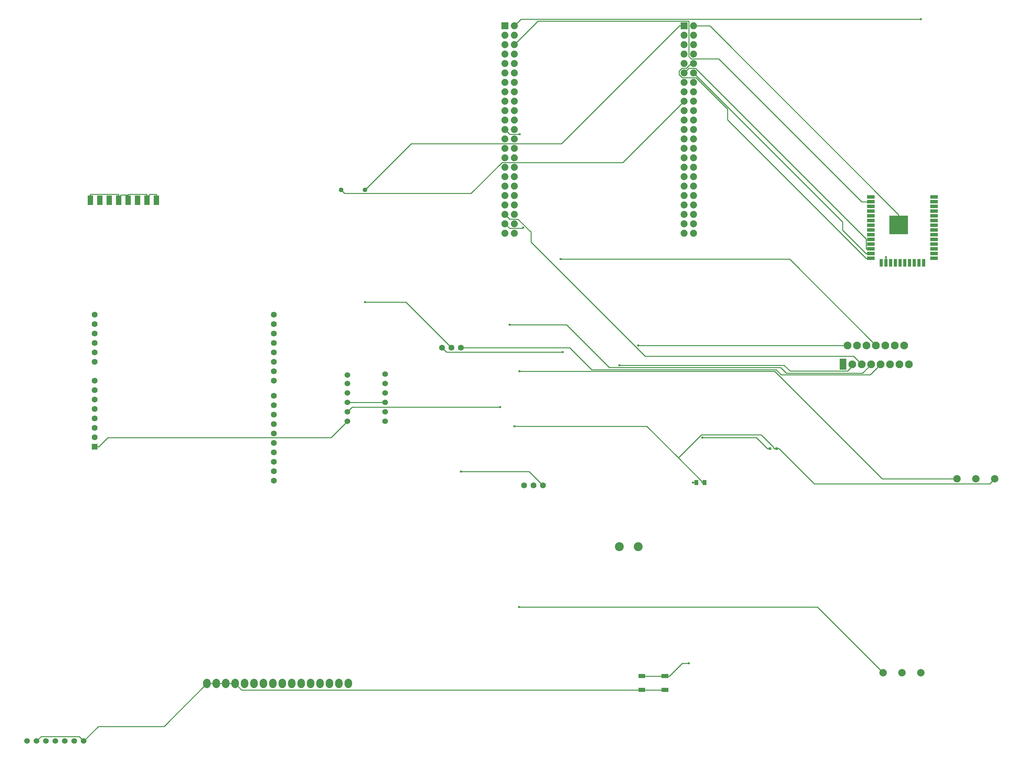
<source format=gtl>
G04 Layer: TopLayer*
G04 EasyEDA v6.4.19.4, 2021-04-14T13:58:42--4:00*
G04 fa96b751c2d54882ab86a56ef34f2425,10*
G04 Gerber Generator version 0.2*
G04 Scale: 100 percent, Rotated: No, Reflected: No *
G04 Dimensions in millimeters *
G04 leading zeros omitted , absolute positions ,4 integer and 5 decimal *
%FSLAX45Y45*%
%MOMM*%

%ADD11C,0.2600*%
%ADD12C,0.6100*%
%ADD13R,1.0000X1.4000*%
%ADD14R,0.8000X0.8000*%
%ADD17R,0.9000X2.0000*%
%ADD19C,2.4000*%
%ADD21C,2.1000*%
%ADD22C,1.3005*%
%ADD23C,1.6000*%
%ADD25R,1.6000X1.6000*%
%ADD26C,1.5240*%
%ADD27C,2.0000*%
%ADD28R,1.8796X1.8796*%
%ADD29C,1.8796*%

%LPD*%
D11*
X15925800Y1460500D02*
G01*
X16104108Y1638807D01*
X26873200Y1638807D01*
X16052800Y-14192504D02*
G01*
X24085804Y-14192504D01*
X25857200Y-15963900D01*
X27851100Y-10744200D02*
G01*
X25833831Y-10744200D01*
X22938486Y-7848854D01*
X16062452Y-7848854D01*
X12446000Y-8686800D02*
G01*
X11430000Y-8686800D01*
X20751800Y1460500D02*
G01*
X21188679Y1460500D01*
X26276300Y-3627120D01*
X26276300Y-3906520D02*
G01*
X26276300Y-3627120D01*
X25933400Y-4775454D02*
G01*
X25933400Y-4925060D01*
X25398729Y-4803139D02*
G01*
X21664929Y-1069339D01*
X21664929Y-782573D01*
X20818856Y63500D01*
X20444713Y63500D01*
X20363434Y144779D01*
X20363434Y237997D01*
X20442681Y317500D01*
X20554950Y317500D01*
X20681950Y444500D01*
X20751800Y444500D01*
X25528016Y-4803139D02*
G01*
X25398729Y-4803139D01*
X25528016Y-4676139D02*
G01*
X25398729Y-4676139D01*
X25398729Y-4676139D02*
G01*
X24767286Y-4044695D01*
X24767286Y-3824986D01*
X20751800Y190500D01*
X20497800Y190500D02*
G01*
X20624800Y317500D01*
X20799298Y317500D01*
X25398729Y-4281931D01*
X25398729Y-4549139D01*
X25528016Y-4549139D02*
G01*
X25398729Y-4549139D01*
X15925800Y952500D02*
G01*
X16556990Y1583689D01*
X20613370Y1583689D01*
X20620990Y1576070D01*
X20620990Y638810D01*
X20688300Y571500D01*
X21429979Y571500D01*
X25280366Y-3279139D01*
X25528016Y-3279139D01*
X19982434Y-16058387D02*
G01*
X20101559Y-16058387D01*
X20101559Y-16058387D02*
G01*
X20447000Y-15712947D01*
X20624800Y-15712947D01*
X19362420Y-16058387D02*
G01*
X19982434Y-16058387D01*
X22813009Y-9931400D02*
G01*
X22743668Y-9931400D01*
X22743668Y-9931400D02*
G01*
X22443440Y-9631171D01*
X20985479Y-9631171D01*
X20832318Y-10845800D02*
G01*
X20753070Y-10845800D01*
X20734274Y-10847578D02*
G01*
X20751545Y-10847578D01*
X20753070Y-10845800D01*
X21052281Y-10845800D02*
G01*
X20973034Y-10845800D01*
X28867100Y-10744200D02*
G01*
X28730193Y-10881105D01*
X24002238Y-10881105D01*
X23052531Y-9931400D01*
X23013670Y-9931400D02*
G01*
X23052531Y-9931400D01*
X23013670Y-9931400D02*
G01*
X22983190Y-9931400D01*
X22983190Y-9931400D02*
G01*
X22913848Y-9931400D01*
X22913848Y-9931400D02*
G01*
X22913848Y-9896855D01*
X22576281Y-9559036D01*
X20961604Y-9559036D01*
X20343875Y-10177018D01*
X20973034Y-10845800D02*
G01*
X20973034Y-10806176D01*
X20343875Y-10177018D01*
X20343875Y-10177018D02*
G01*
X19493991Y-9327134D01*
X15925800Y-9327134D01*
X4508500Y-3081781D02*
G01*
X5270500Y-3081781D01*
X4508500Y-3238500D02*
G01*
X4508500Y-3081781D01*
X5270500Y-3238500D02*
G01*
X5270500Y-3160268D01*
X5270500Y-3160268D02*
G01*
X5270500Y-3081781D01*
X5524500Y-3238500D02*
G01*
X5524500Y-3092450D01*
X5524500Y-3092450D02*
G01*
X5535168Y-3081781D01*
X6032500Y-3081781D01*
X5270500Y-3160268D02*
G01*
X5338318Y-3092450D01*
X5524500Y-3092450D01*
X6032500Y-3238500D02*
G01*
X6032500Y-3160268D01*
X6032500Y-3160268D02*
G01*
X6032500Y-3081781D01*
X6032500Y-3160268D02*
G01*
X6110731Y-3081781D01*
X6286500Y-3081781D01*
X6286500Y-3238500D02*
G01*
X6286500Y-3081781D01*
X13982700Y-7213600D02*
G01*
X14096238Y-7327137D01*
X17232375Y-7327137D01*
X20374609Y1460500D02*
G01*
X17199609Y-1714500D01*
X13152120Y-1714500D01*
X11907520Y-2959100D01*
X20497800Y1460500D02*
G01*
X20374609Y1460500D01*
X14236700Y-7213600D02*
G01*
X13005054Y-5981954D01*
X11907520Y-5981954D01*
X11257279Y-2959100D02*
G01*
X11355831Y-3057652D01*
X14759431Y-3057652D01*
X15594584Y-2222500D01*
X18846800Y-2222500D01*
X20497800Y-571500D01*
X16700500Y-10922000D02*
G01*
X16321786Y-10543286D01*
X14490700Y-10543286D01*
X25793700Y-7658100D02*
G01*
X25513029Y-7938770D01*
X23109427Y-7938770D01*
X22977093Y-7806436D01*
X18006313Y-7806436D01*
X17413224Y-7213600D01*
X14490700Y-7213600D01*
X8407400Y-16256000D02*
G01*
X8153400Y-16256000D01*
X8153400Y-16256000D02*
G01*
X7899400Y-16256000D01*
X7899400Y-16256000D02*
G01*
X7645400Y-16256000D01*
X11430000Y-9194800D02*
G01*
X10990834Y-9633965D01*
X4978908Y-9633965D01*
X4732020Y-9880854D01*
X4622800Y-9880854D02*
G01*
X4732020Y-9880854D01*
X4330700Y-17805400D02*
G01*
X4210811Y-17685512D01*
X3180588Y-17685512D01*
X3060700Y-17805400D01*
X7645400Y-16256000D02*
G01*
X6490970Y-17410429D01*
X4725670Y-17410429D01*
X4330700Y-17805400D01*
X19982434Y-16428212D02*
G01*
X19362420Y-16428212D01*
X19362420Y-16428212D02*
G01*
X8579611Y-16428212D01*
X8407400Y-16256000D01*
X11430000Y-8940800D02*
G01*
X11557000Y-8813800D01*
X15540990Y-8813800D01*
X15671800Y-3873500D02*
G01*
X15794990Y-3996689D01*
X16141954Y-3996689D01*
X16164559Y-3974084D01*
X17172177Y-4826000D02*
G01*
X23342600Y-4826000D01*
X25666700Y-7150100D01*
X15671800Y-1333500D02*
G01*
X15798800Y-1460500D01*
X16067024Y-1460500D01*
X15798800Y-6590284D02*
G01*
X17333468Y-6590284D01*
X18486374Y-7743189D01*
X23099013Y-7743189D01*
X23250143Y-7894320D01*
X25303479Y-7894320D01*
X25539700Y-7658100D01*
X25285700Y-7658100D02*
G01*
X25064720Y-7437120D01*
X19444716Y-7437120D01*
X16370808Y-4363465D01*
X16370808Y-4096004D01*
X16021304Y-3746500D01*
X15798800Y-3746500D01*
X15671800Y-3619500D01*
X24904700Y-7150100D02*
G01*
X19265900Y-7150100D01*
X18757900Y-7683500D02*
G01*
X23194009Y-7683500D01*
X23351490Y-7840726D01*
X24903175Y-7840726D01*
X25031700Y-7712202D01*
X25031700Y-7658100D01*
D13*
G01*
X21052302Y-10845789D03*
G01*
X20832287Y-10845789D03*
D14*
G01*
X22983190Y-9931400D03*
G01*
X22813009Y-9931400D03*
G36*
X19892276Y-16373284D02*
G01*
X20072286Y-16373284D01*
X20072286Y-16483291D01*
X19892276Y-16483291D01*
G37*
G36*
X19892276Y-16003282D02*
G01*
X20072286Y-16003282D01*
X20072286Y-16113290D01*
X19892276Y-16113290D01*
G37*
G36*
X19272288Y-16373284D02*
G01*
X19452297Y-16373284D01*
X19452297Y-16483291D01*
X19272288Y-16483291D01*
G37*
G36*
X19272288Y-16003282D02*
G01*
X19452297Y-16003282D01*
X19452297Y-16113290D01*
X19272288Y-16113290D01*
G37*
G36*
X25427909Y-3107098D02*
G01*
X25627909Y-3107098D01*
X25627909Y-3197100D01*
X25427909Y-3197100D01*
G37*
G36*
X25427909Y-3234098D02*
G01*
X25627909Y-3234098D01*
X25627909Y-3324100D01*
X25427909Y-3324100D01*
G37*
G36*
X25427909Y-3361098D02*
G01*
X25627909Y-3361098D01*
X25627909Y-3451100D01*
X25427909Y-3451100D01*
G37*
G36*
X25427909Y-3488098D02*
G01*
X25627909Y-3488098D01*
X25627909Y-3578100D01*
X25427909Y-3578100D01*
G37*
G36*
X25427909Y-3615098D02*
G01*
X25627909Y-3615098D01*
X25627909Y-3705100D01*
X25427909Y-3705100D01*
G37*
G36*
X25427909Y-3742098D02*
G01*
X25627909Y-3742098D01*
X25627909Y-3832100D01*
X25427909Y-3832100D01*
G37*
G36*
X25427909Y-3869098D02*
G01*
X25627909Y-3869098D01*
X25627909Y-3959100D01*
X25427909Y-3959100D01*
G37*
G36*
X25427909Y-3996098D02*
G01*
X25627909Y-3996098D01*
X25627909Y-4086100D01*
X25427909Y-4086100D01*
G37*
G36*
X25427909Y-4123098D02*
G01*
X25627909Y-4123098D01*
X25627909Y-4213100D01*
X25427909Y-4213100D01*
G37*
G36*
X25427909Y-4250098D02*
G01*
X25627909Y-4250098D01*
X25627909Y-4340100D01*
X25427909Y-4340100D01*
G37*
G36*
X25427909Y-4377098D02*
G01*
X25627909Y-4377098D01*
X25627909Y-4467100D01*
X25427909Y-4467100D01*
G37*
G36*
X25427909Y-4504098D02*
G01*
X25627909Y-4504098D01*
X25627909Y-4594100D01*
X25427909Y-4594100D01*
G37*
G36*
X25427909Y-4631098D02*
G01*
X25627909Y-4631098D01*
X25627909Y-4721100D01*
X25427909Y-4721100D01*
G37*
G36*
X25427909Y-4758098D02*
G01*
X25627909Y-4758098D01*
X25627909Y-4848100D01*
X25427909Y-4848100D01*
G37*
D17*
G01*
X25806400Y-4925120D03*
G01*
X25933400Y-4925120D03*
G01*
X26060400Y-4925120D03*
G01*
X26187400Y-4925120D03*
G01*
X26314400Y-4925120D03*
G36*
X26396398Y-4825090D02*
G01*
X26396398Y-5025090D01*
X26486401Y-5025090D01*
X26486401Y-4825090D01*
G37*
G36*
X26523398Y-4825090D02*
G01*
X26523398Y-5025090D01*
X26613401Y-5025090D01*
X26613401Y-4825090D01*
G37*
G36*
X26650398Y-4825090D02*
G01*
X26650398Y-5025090D01*
X26740401Y-5025090D01*
X26740401Y-4825090D01*
G37*
G36*
X26777398Y-4825090D02*
G01*
X26777398Y-5025090D01*
X26867401Y-5025090D01*
X26867401Y-4825090D01*
G37*
G36*
X26904398Y-4825090D02*
G01*
X26904398Y-5025090D01*
X26994401Y-5025090D01*
X26994401Y-4825090D01*
G37*
G36*
X27127890Y-4848100D02*
G01*
X27327890Y-4848100D01*
X27327890Y-4758098D01*
X27127890Y-4758098D01*
G37*
G36*
X27127890Y-4721100D02*
G01*
X27327890Y-4721100D01*
X27327890Y-4631098D01*
X27127890Y-4631098D01*
G37*
G36*
X27127890Y-4594100D02*
G01*
X27327890Y-4594100D01*
X27327890Y-4504098D01*
X27127890Y-4504098D01*
G37*
G36*
X27127890Y-4467100D02*
G01*
X27327890Y-4467100D01*
X27327890Y-4377098D01*
X27127890Y-4377098D01*
G37*
G36*
X27127890Y-4340100D02*
G01*
X27327890Y-4340100D01*
X27327890Y-4250098D01*
X27127890Y-4250098D01*
G37*
G36*
X27127890Y-4213100D02*
G01*
X27327890Y-4213100D01*
X27327890Y-4123098D01*
X27127890Y-4123098D01*
G37*
G36*
X27127890Y-4086100D02*
G01*
X27327890Y-4086100D01*
X27327890Y-3996098D01*
X27127890Y-3996098D01*
G37*
G36*
X27127890Y-3959100D02*
G01*
X27327890Y-3959100D01*
X27327890Y-3869098D01*
X27127890Y-3869098D01*
G37*
G36*
X27127890Y-3832100D02*
G01*
X27327890Y-3832100D01*
X27327890Y-3742098D01*
X27127890Y-3742098D01*
G37*
G36*
X27127890Y-3705100D02*
G01*
X27327890Y-3705100D01*
X27327890Y-3615098D01*
X27127890Y-3615098D01*
G37*
G36*
X27127890Y-3578100D02*
G01*
X27327890Y-3578100D01*
X27327890Y-3488098D01*
X27127890Y-3488098D01*
G37*
G36*
X27127890Y-3451100D02*
G01*
X27327890Y-3451100D01*
X27327890Y-3361098D01*
X27127890Y-3361098D01*
G37*
G36*
X27127890Y-3324100D02*
G01*
X27327890Y-3324100D01*
X27327890Y-3234098D01*
X27127890Y-3234098D01*
G37*
G36*
X27127890Y-3197100D02*
G01*
X27327890Y-3197100D01*
X27327890Y-3107098D01*
X27127890Y-3107098D01*
G37*
G36*
X26026198Y-3656401D02*
G01*
X26526200Y-3656401D01*
X26526200Y-4156400D01*
X26026198Y-4156400D01*
G37*
D19*
G01*
X18757900Y-12573000D03*
G01*
X19265900Y-12573000D03*
G36*
X24687700Y-7508100D02*
G01*
X24867699Y-7508100D01*
X24867699Y-7808099D01*
X24687700Y-7808099D01*
G37*
D21*
G01*
X24904700Y-7150100D03*
G01*
X25031700Y-7658100D03*
G01*
X25158700Y-7150100D03*
G01*
X25285700Y-7658100D03*
G01*
X25412700Y-7150100D03*
G01*
X25539700Y-7658100D03*
G01*
X25666700Y-7150100D03*
G01*
X25793700Y-7658100D03*
G01*
X25920700Y-7150100D03*
G01*
X26047700Y-7658100D03*
G01*
X26174700Y-7150100D03*
G01*
X26301700Y-7658100D03*
G01*
X26428700Y-7150100D03*
G01*
X26555700Y-7658100D03*
D22*
G01*
X11257279Y-2959100D03*
G01*
X11907520Y-2959100D03*
D23*
G01*
X13982700Y-7213600D03*
G01*
X14236700Y-7213600D03*
G01*
X14490700Y-7213600D03*
G01*
X16192500Y-10922000D03*
G01*
X16446500Y-10922000D03*
G01*
X16700500Y-10922000D03*
G36*
X6357315Y-3111119D02*
G01*
X6357315Y-3365880D01*
X6215710Y-3365880D01*
X6215710Y-3111119D01*
G37*
G36*
X6103315Y-3111119D02*
G01*
X6103315Y-3365880D01*
X5961710Y-3365880D01*
X5961710Y-3111119D01*
G37*
G36*
X5849315Y-3111119D02*
G01*
X5849315Y-3365880D01*
X5707710Y-3365880D01*
X5707710Y-3111119D01*
G37*
G36*
X5595315Y-3111119D02*
G01*
X5595315Y-3365880D01*
X5453710Y-3365880D01*
X5453710Y-3111119D01*
G37*
G36*
X5341315Y-3111119D02*
G01*
X5341315Y-3365880D01*
X5199710Y-3365880D01*
X5199710Y-3111119D01*
G37*
G36*
X5087315Y-3111119D02*
G01*
X5087315Y-3365880D01*
X4945710Y-3365880D01*
X4945710Y-3111119D01*
G37*
G36*
X4833315Y-3111119D02*
G01*
X4833315Y-3365880D01*
X4691710Y-3365880D01*
X4691710Y-3111119D01*
G37*
G36*
X4579315Y-3111119D02*
G01*
X4579315Y-3365880D01*
X4437710Y-3365880D01*
X4437710Y-3111119D01*
G37*
G01*
X9448800Y-10794796D03*
G01*
X9448800Y-10540796D03*
D25*
G01*
X4622800Y-9880803D03*
D23*
G01*
X9448800Y-6832803D03*
G01*
X4622800Y-9626803D03*
G01*
X9448800Y-7086803D03*
G01*
X4622800Y-9372803D03*
G01*
X9448800Y-7340803D03*
G01*
X4622800Y-9118803D03*
G01*
X9448800Y-7594803D03*
G01*
X4622800Y-8864803D03*
G01*
X9448800Y-7848803D03*
G01*
X4622800Y-8610803D03*
G01*
X9448800Y-8102803D03*
G01*
X4622800Y-8356803D03*
G01*
X9448800Y-8508796D03*
G01*
X4622800Y-8102803D03*
G01*
X9448800Y-8762796D03*
G01*
X4622800Y-7594803D03*
G01*
X9448800Y-9016796D03*
G01*
X4622800Y-7340803D03*
G01*
X9448800Y-9270796D03*
G01*
X4622800Y-7086803D03*
G01*
X9448800Y-9524796D03*
G01*
X4622800Y-6832803D03*
G01*
X9448800Y-9778796D03*
G01*
X4622800Y-6578803D03*
G01*
X9448800Y-10032796D03*
G01*
X4622800Y-6324803D03*
G01*
X9448800Y-10286796D03*
G01*
X9448800Y-6324803D03*
G01*
X9448800Y-6578803D03*
D26*
G01*
X2806700Y-17805400D03*
G01*
X3060700Y-17805400D03*
G01*
X3314700Y-17805400D03*
G01*
X3568700Y-17805400D03*
G01*
X3822700Y-17805400D03*
G01*
X4076700Y-17805400D03*
G01*
X4330700Y-17805400D03*
G01*
X11430000Y-7950200D03*
G01*
X11430000Y-8178800D03*
G01*
X11430000Y-8432800D03*
G01*
X11430000Y-8686800D03*
G01*
X11430000Y-8940800D03*
G01*
X11430000Y-9194800D03*
G01*
X12446000Y-9194800D03*
G01*
X12446000Y-8940800D03*
G01*
X12446000Y-8686800D03*
G01*
X12446000Y-8432800D03*
G01*
X12446000Y-8178800D03*
G01*
X12446000Y-7924800D03*
D27*
G01*
X27851100Y-10744200D03*
G01*
X28359100Y-10744200D03*
G01*
X28867100Y-10744200D03*
G01*
X25857200Y-15963900D03*
G01*
X26365200Y-15963900D03*
G01*
X26873200Y-15963900D03*
D28*
G01*
X15671800Y1460500D03*
D29*
G01*
X15925800Y1460500D03*
G01*
X15671800Y1206500D03*
G01*
X15925800Y1206500D03*
G01*
X15671800Y952500D03*
G01*
X15925800Y952500D03*
G01*
X15671800Y698500D03*
G01*
X15925800Y698500D03*
G01*
X15671800Y444500D03*
G01*
X15925800Y444500D03*
G01*
X15671800Y190500D03*
G01*
X15925800Y190500D03*
G01*
X15671800Y-63500D03*
G01*
X15925800Y-63500D03*
G01*
X15671800Y-317500D03*
G01*
X15925800Y-317500D03*
G01*
X15671800Y-571500D03*
G01*
X15925800Y-571500D03*
G01*
X15671800Y-825500D03*
G01*
X15925800Y-825500D03*
G01*
X15671800Y-1079500D03*
G01*
X15925800Y-1079500D03*
G01*
X15671800Y-1333500D03*
G01*
X15925800Y-1333500D03*
G01*
X15671800Y-1587500D03*
G01*
X15925800Y-1587500D03*
G01*
X15671800Y-1841500D03*
G01*
X15925800Y-1841500D03*
G01*
X15671800Y-2095500D03*
G01*
X15925800Y-2095500D03*
G01*
X15671800Y-2349500D03*
G01*
X15925800Y-2349500D03*
G01*
X15671800Y-2603500D03*
G01*
X15925800Y-2603500D03*
G01*
X15671800Y-2857500D03*
G01*
X15925800Y-2857500D03*
G01*
X15671800Y-3111500D03*
G01*
X15925800Y-3111500D03*
G01*
X15671800Y-3365500D03*
G01*
X15925800Y-3365500D03*
G01*
X15671800Y-3619500D03*
G01*
X15925800Y-3619500D03*
G01*
X15671800Y-3873500D03*
G01*
X15925800Y-3873500D03*
G01*
X15671800Y-4127500D03*
G01*
X15925800Y-4127500D03*
D28*
G01*
X20497800Y1460500D03*
D29*
G01*
X20751800Y1460500D03*
G01*
X20497800Y1206500D03*
G01*
X20751800Y1206500D03*
G01*
X20497800Y952500D03*
G01*
X20751800Y952500D03*
G01*
X20497800Y698500D03*
G01*
X20751800Y698500D03*
G01*
X20497800Y444500D03*
G01*
X20751800Y444500D03*
G01*
X20497800Y190500D03*
G01*
X20751800Y190500D03*
G01*
X20497800Y-63500D03*
G01*
X20751800Y-63500D03*
G01*
X20497800Y-317500D03*
G01*
X20751800Y-317500D03*
G01*
X20497800Y-571500D03*
G01*
X20751800Y-571500D03*
G01*
X20497800Y-825500D03*
G01*
X20751800Y-825500D03*
G01*
X20497800Y-1079500D03*
G01*
X20751800Y-1079500D03*
G01*
X20497800Y-1333500D03*
G01*
X20751800Y-1333500D03*
G01*
X20497800Y-1587500D03*
G01*
X20751800Y-1587500D03*
G01*
X20497800Y-1841500D03*
G01*
X20751800Y-1841500D03*
G01*
X20497800Y-2095500D03*
G01*
X20751800Y-2095500D03*
G01*
X20497800Y-2349500D03*
G01*
X20751800Y-2349500D03*
G01*
X20497800Y-2603500D03*
G01*
X20751800Y-2603500D03*
G01*
X20497800Y-2857500D03*
G01*
X20751800Y-2857500D03*
G01*
X20497800Y-3111500D03*
G01*
X20751800Y-3111500D03*
G01*
X20497800Y-3365500D03*
G01*
X20751800Y-3365500D03*
G01*
X20497800Y-3619500D03*
G01*
X20751800Y-3619500D03*
G01*
X20497800Y-3873500D03*
G01*
X20751800Y-3873500D03*
G01*
X20497800Y-4127500D03*
G01*
X20751800Y-4127500D03*
D12*
G01*
X26873200Y1638807D03*
G01*
X16052800Y-14192504D03*
G01*
X16062452Y-7848854D03*
G01*
X25933400Y-4775454D03*
G01*
X20624800Y-15712947D03*
G01*
X20985479Y-9631171D03*
G01*
X20734274Y-10847578D03*
G01*
X15925800Y-9327134D03*
G01*
X17232375Y-7327137D03*
G01*
X11907520Y-5981954D03*
G01*
X14490700Y-10543286D03*
G01*
X15540990Y-8813800D03*
G01*
X16164559Y-3974084D03*
G01*
X17172177Y-4826000D03*
G01*
X16067024Y-1460500D03*
G01*
X15798800Y-6590284D03*
G01*
X19265900Y-7150100D03*
G01*
X18757900Y-7683500D03*
D27*
X7645400Y-16281001D02*
G01*
X7645400Y-16231001D01*
X7899400Y-16281001D02*
G01*
X7899400Y-16231001D01*
X8153400Y-16281001D02*
G01*
X8153400Y-16231001D01*
X8407400Y-16281001D02*
G01*
X8407400Y-16231001D01*
X8661400Y-16281001D02*
G01*
X8661400Y-16231001D01*
X8915400Y-16281001D02*
G01*
X8915400Y-16231001D01*
X9169400Y-16281001D02*
G01*
X9169400Y-16231001D01*
X9423400Y-16281001D02*
G01*
X9423400Y-16231001D01*
X9677400Y-16281001D02*
G01*
X9677400Y-16231001D01*
X9931400Y-16281001D02*
G01*
X9931400Y-16231001D01*
X10185400Y-16281001D02*
G01*
X10185400Y-16230998D01*
X10439400Y-16281001D02*
G01*
X10439400Y-16230998D01*
X10693400Y-16281001D02*
G01*
X10693400Y-16230998D01*
X10947400Y-16281001D02*
G01*
X10947400Y-16230998D01*
X11201400Y-16281001D02*
G01*
X11201400Y-16230998D01*
X11455400Y-16281001D02*
G01*
X11455400Y-16230998D01*
M02*

</source>
